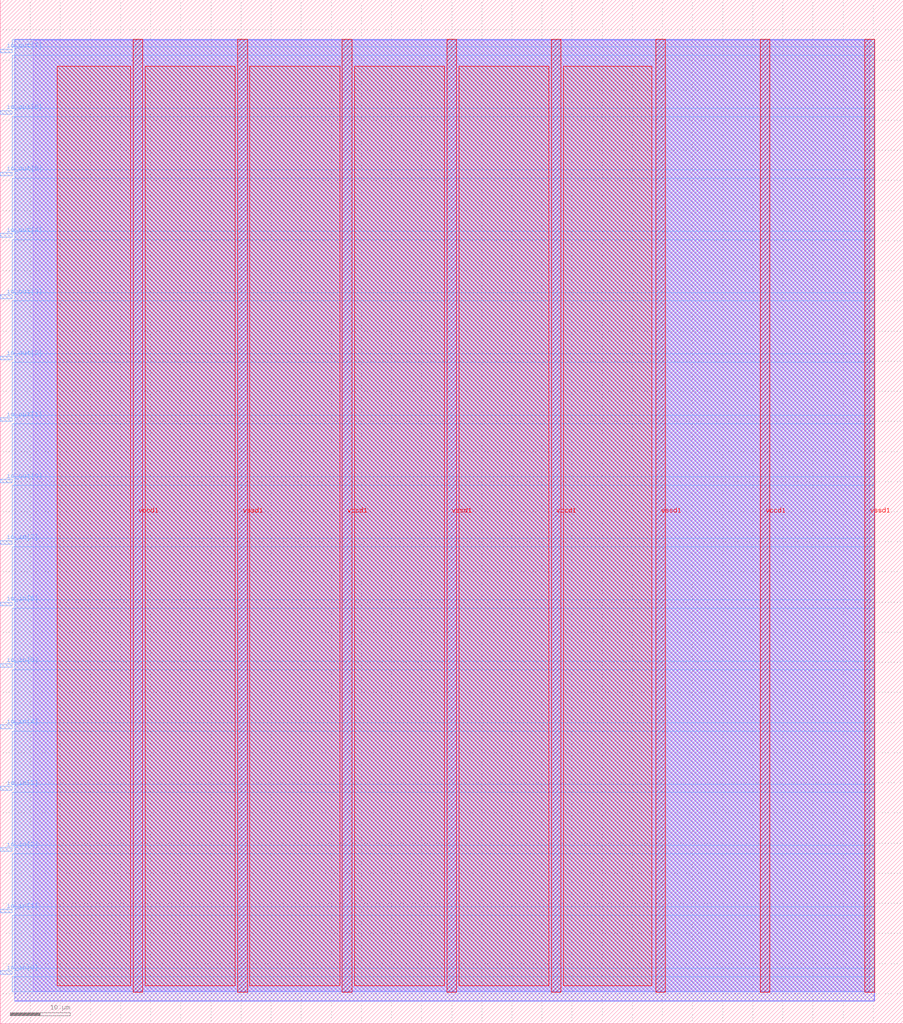
<source format=lef>
VERSION 5.7 ;
  NOWIREEXTENSIONATPIN ON ;
  DIVIDERCHAR "/" ;
  BUSBITCHARS "[]" ;
MACRO tt2_tholin_namebadge
  CLASS BLOCK ;
  FOREIGN tt2_tholin_namebadge ;
  ORIGIN 0.000 0.000 ;
  SIZE 150.000 BY 170.000 ;
  PIN io_in[0]
    DIRECTION INPUT ;
    USE SIGNAL ;
    PORT
      LAYER met3 ;
        RECT 0.000 8.200 2.000 8.800 ;
    END
  END io_in[0]
  PIN io_in[1]
    DIRECTION INPUT ;
    USE SIGNAL ;
    PORT
      LAYER met3 ;
        RECT 0.000 18.400 2.000 19.000 ;
    END
  END io_in[1]
  PIN io_in[2]
    DIRECTION INPUT ;
    USE SIGNAL ;
    PORT
      LAYER met3 ;
        RECT 0.000 28.600 2.000 29.200 ;
    END
  END io_in[2]
  PIN io_in[3]
    DIRECTION INPUT ;
    USE SIGNAL ;
    PORT
      LAYER met3 ;
        RECT 0.000 38.800 2.000 39.400 ;
    END
  END io_in[3]
  PIN io_in[4]
    DIRECTION INPUT ;
    USE SIGNAL ;
    PORT
      LAYER met3 ;
        RECT 0.000 49.000 2.000 49.600 ;
    END
  END io_in[4]
  PIN io_in[5]
    DIRECTION INPUT ;
    USE SIGNAL ;
    PORT
      LAYER met3 ;
        RECT 0.000 59.200 2.000 59.800 ;
    END
  END io_in[5]
  PIN io_in[6]
    DIRECTION INPUT ;
    USE SIGNAL ;
    PORT
      LAYER met3 ;
        RECT 0.000 69.400 2.000 70.000 ;
    END
  END io_in[6]
  PIN io_in[7]
    DIRECTION INPUT ;
    USE SIGNAL ;
    PORT
      LAYER met3 ;
        RECT 0.000 79.600 2.000 80.200 ;
    END
  END io_in[7]
  PIN io_out[0]
    DIRECTION OUTPUT TRISTATE ;
    USE SIGNAL ;
    PORT
      LAYER met3 ;
        RECT 0.000 89.800 2.000 90.400 ;
    END
  END io_out[0]
  PIN io_out[1]
    DIRECTION OUTPUT TRISTATE ;
    USE SIGNAL ;
    PORT
      LAYER met3 ;
        RECT 0.000 100.000 2.000 100.600 ;
    END
  END io_out[1]
  PIN io_out[2]
    DIRECTION OUTPUT TRISTATE ;
    USE SIGNAL ;
    PORT
      LAYER met3 ;
        RECT 0.000 110.200 2.000 110.800 ;
    END
  END io_out[2]
  PIN io_out[3]
    DIRECTION OUTPUT TRISTATE ;
    USE SIGNAL ;
    PORT
      LAYER met3 ;
        RECT 0.000 120.400 2.000 121.000 ;
    END
  END io_out[3]
  PIN io_out[4]
    DIRECTION OUTPUT TRISTATE ;
    USE SIGNAL ;
    PORT
      LAYER met3 ;
        RECT 0.000 130.600 2.000 131.200 ;
    END
  END io_out[4]
  PIN io_out[5]
    DIRECTION OUTPUT TRISTATE ;
    USE SIGNAL ;
    PORT
      LAYER met3 ;
        RECT 0.000 140.800 2.000 141.400 ;
    END
  END io_out[5]
  PIN io_out[6]
    DIRECTION OUTPUT TRISTATE ;
    USE SIGNAL ;
    PORT
      LAYER met3 ;
        RECT 0.000 151.000 2.000 151.600 ;
    END
  END io_out[6]
  PIN io_out[7]
    DIRECTION OUTPUT TRISTATE ;
    USE SIGNAL ;
    PORT
      LAYER met3 ;
        RECT 0.000 161.200 2.000 161.800 ;
    END
  END io_out[7]
  PIN vccd1
    DIRECTION INOUT ;
    USE POWER ;
    PORT
      LAYER met4 ;
        RECT 22.085 5.200 23.685 163.440 ;
    END
    PORT
      LAYER met4 ;
        RECT 56.815 5.200 58.415 163.440 ;
    END
    PORT
      LAYER met4 ;
        RECT 91.545 5.200 93.145 163.440 ;
    END
    PORT
      LAYER met4 ;
        RECT 126.275 5.200 127.875 163.440 ;
    END
  END vccd1
  PIN vssd1
    DIRECTION INOUT ;
    USE GROUND ;
    PORT
      LAYER met4 ;
        RECT 39.450 5.200 41.050 163.440 ;
    END
    PORT
      LAYER met4 ;
        RECT 74.180 5.200 75.780 163.440 ;
    END
    PORT
      LAYER met4 ;
        RECT 108.910 5.200 110.510 163.440 ;
    END
    PORT
      LAYER met4 ;
        RECT 143.640 5.200 145.240 163.440 ;
    END
  END vssd1
  OBS
      LAYER li1 ;
        RECT 5.520 5.355 144.440 163.285 ;
      LAYER met1 ;
        RECT 2.370 3.780 145.240 163.440 ;
      LAYER met2 ;
        RECT 2.390 3.750 145.210 163.385 ;
      LAYER met3 ;
        RECT 2.000 162.200 145.230 163.365 ;
        RECT 2.400 160.800 145.230 162.200 ;
        RECT 2.000 152.000 145.230 160.800 ;
        RECT 2.400 150.600 145.230 152.000 ;
        RECT 2.000 141.800 145.230 150.600 ;
        RECT 2.400 140.400 145.230 141.800 ;
        RECT 2.000 131.600 145.230 140.400 ;
        RECT 2.400 130.200 145.230 131.600 ;
        RECT 2.000 121.400 145.230 130.200 ;
        RECT 2.400 120.000 145.230 121.400 ;
        RECT 2.000 111.200 145.230 120.000 ;
        RECT 2.400 109.800 145.230 111.200 ;
        RECT 2.000 101.000 145.230 109.800 ;
        RECT 2.400 99.600 145.230 101.000 ;
        RECT 2.000 90.800 145.230 99.600 ;
        RECT 2.400 89.400 145.230 90.800 ;
        RECT 2.000 80.600 145.230 89.400 ;
        RECT 2.400 79.200 145.230 80.600 ;
        RECT 2.000 70.400 145.230 79.200 ;
        RECT 2.400 69.000 145.230 70.400 ;
        RECT 2.000 60.200 145.230 69.000 ;
        RECT 2.400 58.800 145.230 60.200 ;
        RECT 2.000 50.000 145.230 58.800 ;
        RECT 2.400 48.600 145.230 50.000 ;
        RECT 2.000 39.800 145.230 48.600 ;
        RECT 2.400 38.400 145.230 39.800 ;
        RECT 2.000 29.600 145.230 38.400 ;
        RECT 2.400 28.200 145.230 29.600 ;
        RECT 2.000 19.400 145.230 28.200 ;
        RECT 2.400 18.000 145.230 19.400 ;
        RECT 2.000 9.200 145.230 18.000 ;
        RECT 2.400 7.800 145.230 9.200 ;
        RECT 2.000 5.275 145.230 7.800 ;
      LAYER met4 ;
        RECT 9.495 6.295 21.685 158.945 ;
        RECT 24.085 6.295 39.050 158.945 ;
        RECT 41.450 6.295 56.415 158.945 ;
        RECT 58.815 6.295 73.780 158.945 ;
        RECT 76.180 6.295 91.145 158.945 ;
        RECT 93.545 6.295 108.265 158.945 ;
  END
END tt2_tholin_namebadge
END LIBRARY


</source>
